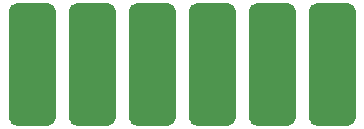
<source format=gbr>
%TF.GenerationSoftware,KiCad,Pcbnew,8.0.5-unknown-202409181836~355805756e~ubuntu22.04.1*%
%TF.CreationDate,2024-10-12T17:39:12+01:00*%
%TF.ProjectId,DRY_ELEC_6CH_MID,4452595f-454c-4454-935f-3643485f4d49,1.0*%
%TF.SameCoordinates,Original*%
%TF.FileFunction,Soldermask,Bot*%
%TF.FilePolarity,Negative*%
%FSLAX46Y46*%
G04 Gerber Fmt 4.6, Leading zero omitted, Abs format (unit mm)*
G04 Created by KiCad (PCBNEW 8.0.5-unknown-202409181836~355805756e~ubuntu22.04.1) date 2024-10-12 17:39:12*
%MOMM*%
%LPD*%
G01*
G04 APERTURE LIST*
%ADD10C,0.000000*%
%ADD11C,0.700000*%
%ADD12C,0.699998*%
%ADD13C,1.800000*%
G04 APERTURE END LIST*
D10*
G36*
X38919999Y-26500000D02*
G01*
X36319999Y-26500000D01*
X36319999Y-25800000D01*
X38920000Y-25800000D01*
X38919999Y-26500000D01*
G37*
D11*
X18949999Y-26500000D02*
G75*
G02*
X18249999Y-26500000I-350000J0D01*
G01*
X18249999Y-26500000D02*
G75*
G02*
X18949999Y-26500000I350000J0D01*
G01*
X41750000Y-26500000D02*
G75*
G02*
X41050000Y-26500000I-350000J0D01*
G01*
X41050000Y-26500000D02*
G75*
G02*
X41750000Y-26500000I350000J0D01*
G01*
D10*
G36*
X23679999Y-36200000D02*
G01*
X21079999Y-36200000D01*
X21079999Y-35500000D01*
X23680000Y-35500000D01*
X23679999Y-36200000D01*
G37*
D11*
X39269999Y-26500000D02*
G75*
G02*
X38569999Y-26500000I-350000J0D01*
G01*
X38569999Y-26500000D02*
G75*
G02*
X39269999Y-26500000I350000J0D01*
G01*
X36670000Y-26500000D02*
G75*
G02*
X35970000Y-26500000I-350000J0D01*
G01*
X35970000Y-26500000D02*
G75*
G02*
X36670000Y-26500000I350000J0D01*
G01*
X29109999Y-26500000D02*
G75*
G02*
X28409999Y-26500000I-350000J0D01*
G01*
X28409999Y-26500000D02*
G75*
G02*
X29109999Y-26500000I350000J0D01*
G01*
X26510000Y-26500000D02*
G75*
G02*
X25810000Y-26500000I-350000J0D01*
G01*
X25810000Y-26500000D02*
G75*
G02*
X26510000Y-26500000I350000J0D01*
G01*
X16349999Y-35500000D02*
G75*
G02*
X15649999Y-35500000I-350000J0D01*
G01*
X15649999Y-35500000D02*
G75*
G02*
X16349999Y-35500000I350000J0D01*
G01*
D12*
X34189998Y-35500000D02*
G75*
G02*
X33490000Y-35500000I-349999J0D01*
G01*
X33490000Y-35500000D02*
G75*
G02*
X34189998Y-35500000I349999J0D01*
G01*
D10*
G36*
X33839999Y-36200000D02*
G01*
X31239999Y-36200000D01*
X31239999Y-35500000D01*
X33840000Y-35500000D01*
X33839999Y-36200000D01*
G37*
G36*
X34539999Y-35500000D02*
G01*
X30539999Y-35500000D01*
X30539999Y-26500000D01*
X34539999Y-26500000D01*
X34539999Y-35500000D01*
G37*
D12*
X29109998Y-35500000D02*
G75*
G02*
X28410000Y-35500000I-349999J0D01*
G01*
X28410000Y-35500000D02*
G75*
G02*
X29109998Y-35500000I349999J0D01*
G01*
D10*
G36*
X28759999Y-36200000D02*
G01*
X26159999Y-36200000D01*
X26159999Y-35500000D01*
X28760000Y-35500000D01*
X28759999Y-36200000D01*
G37*
D11*
X24029999Y-26500000D02*
G75*
G02*
X23329999Y-26500000I-350000J0D01*
G01*
X23329999Y-26500000D02*
G75*
G02*
X24029999Y-26500000I350000J0D01*
G01*
D10*
G36*
X28759999Y-26500000D02*
G01*
X26159999Y-26500000D01*
X26159999Y-25800000D01*
X28760000Y-25800000D01*
X28759999Y-26500000D01*
G37*
G36*
X23679999Y-26500000D02*
G01*
X21079999Y-26500000D01*
X21079999Y-25800000D01*
X23680000Y-25800000D01*
X23679999Y-26500000D01*
G37*
G36*
X24379999Y-35500000D02*
G01*
X20379999Y-35500000D01*
X20379999Y-26500000D01*
X24379999Y-26500000D01*
X24379999Y-35500000D01*
G37*
D11*
X34189999Y-26500000D02*
G75*
G02*
X33489999Y-26500000I-350000J0D01*
G01*
X33489999Y-26500000D02*
G75*
G02*
X34189999Y-26500000I350000J0D01*
G01*
D10*
G36*
X38919999Y-36200000D02*
G01*
X36319999Y-36200000D01*
X36319999Y-35500000D01*
X38920000Y-35500000D01*
X38919999Y-36200000D01*
G37*
D12*
X18949998Y-35500000D02*
G75*
G02*
X18250000Y-35500000I-349999J0D01*
G01*
X18250000Y-35500000D02*
G75*
G02*
X18949998Y-35500000I349999J0D01*
G01*
D11*
X16350000Y-26500000D02*
G75*
G02*
X15650000Y-26500000I-350000J0D01*
G01*
X15650000Y-26500000D02*
G75*
G02*
X16350000Y-26500000I350000J0D01*
G01*
D10*
G36*
X33839999Y-26500000D02*
G01*
X31239999Y-26500000D01*
X31239999Y-25800000D01*
X33840000Y-25800000D01*
X33839999Y-26500000D01*
G37*
D12*
X39269998Y-35500000D02*
G75*
G02*
X38570000Y-35500000I-349999J0D01*
G01*
X38570000Y-35500000D02*
G75*
G02*
X39269998Y-35500000I349999J0D01*
G01*
D10*
G36*
X19299999Y-35500000D02*
G01*
X15299999Y-35500000D01*
X15299999Y-26500000D01*
X19299999Y-26500000D01*
X19299999Y-35500000D01*
G37*
D11*
X26509999Y-35500000D02*
G75*
G02*
X25809999Y-35500000I-350000J0D01*
G01*
X25809999Y-35500000D02*
G75*
G02*
X26509999Y-35500000I350000J0D01*
G01*
X21430000Y-26500000D02*
G75*
G02*
X20730000Y-26500000I-350000J0D01*
G01*
X20730000Y-26500000D02*
G75*
G02*
X21430000Y-26500000I350000J0D01*
G01*
D10*
G36*
X18599999Y-36200000D02*
G01*
X15999999Y-36200000D01*
X15999999Y-35500000D01*
X18600000Y-35500000D01*
X18599999Y-36200000D01*
G37*
G36*
X44699999Y-35500000D02*
G01*
X40699999Y-35500000D01*
X40699999Y-26500000D01*
X44699999Y-26500000D01*
X44699999Y-35500000D01*
G37*
D12*
X44349998Y-35500000D02*
G75*
G02*
X43650000Y-35500000I-349999J0D01*
G01*
X43650000Y-35500000D02*
G75*
G02*
X44349998Y-35500000I349999J0D01*
G01*
D11*
X36669999Y-35500000D02*
G75*
G02*
X35969999Y-35500000I-350000J0D01*
G01*
X35969999Y-35500000D02*
G75*
G02*
X36669999Y-35500000I350000J0D01*
G01*
D12*
X24029998Y-35500000D02*
G75*
G02*
X23330000Y-35500000I-349999J0D01*
G01*
X23330000Y-35500000D02*
G75*
G02*
X24029998Y-35500000I349999J0D01*
G01*
D11*
X44349999Y-26500000D02*
G75*
G02*
X43649999Y-26500000I-350000J0D01*
G01*
X43649999Y-26500000D02*
G75*
G02*
X44349999Y-26500000I350000J0D01*
G01*
D10*
G36*
X39619999Y-35500000D02*
G01*
X35619999Y-35500000D01*
X35619999Y-26500000D01*
X39619999Y-26500000D01*
X39619999Y-35500000D01*
G37*
G36*
X18599999Y-26500000D02*
G01*
X15999999Y-26500000D01*
X15999999Y-25800000D01*
X18600000Y-25800000D01*
X18599999Y-26500000D01*
G37*
D11*
X41749999Y-35500000D02*
G75*
G02*
X41049999Y-35500000I-350000J0D01*
G01*
X41049999Y-35500000D02*
G75*
G02*
X41749999Y-35500000I350000J0D01*
G01*
X31589999Y-35500000D02*
G75*
G02*
X30889999Y-35500000I-350000J0D01*
G01*
X30889999Y-35500000D02*
G75*
G02*
X31589999Y-35500000I350000J0D01*
G01*
D10*
G36*
X29459999Y-35500000D02*
G01*
X25459999Y-35500000D01*
X25459999Y-26500000D01*
X29459999Y-26500000D01*
X29459999Y-35500000D01*
G37*
D11*
X31590000Y-26500000D02*
G75*
G02*
X30890000Y-26500000I-350000J0D01*
G01*
X30890000Y-26500000D02*
G75*
G02*
X31590000Y-26500000I350000J0D01*
G01*
X21429999Y-35500000D02*
G75*
G02*
X20729999Y-35500000I-350000J0D01*
G01*
X20729999Y-35500000D02*
G75*
G02*
X21429999Y-35500000I350000J0D01*
G01*
D10*
G36*
X43999999Y-36200000D02*
G01*
X41399999Y-36200000D01*
X41399999Y-35500000D01*
X44000000Y-35500000D01*
X43999999Y-36200000D01*
G37*
G36*
X43999999Y-26500000D02*
G01*
X41399999Y-26500000D01*
X41399999Y-25800000D01*
X44000000Y-25800000D01*
X43999999Y-26500000D01*
G37*
D13*
%TO.C,J17*%
X32539999Y-32000000D03*
%TD*%
%TO.C,J21*%
X22379999Y-32000000D03*
%TD*%
%TO.C,J20*%
X17299999Y-31400000D03*
%TD*%
%TO.C,J18*%
X37619999Y-32000000D03*
%TD*%
%TO.C,J22*%
X27459999Y-32000000D03*
%TD*%
%TO.C,J19*%
X42699999Y-31400000D03*
%TD*%
M02*

</source>
